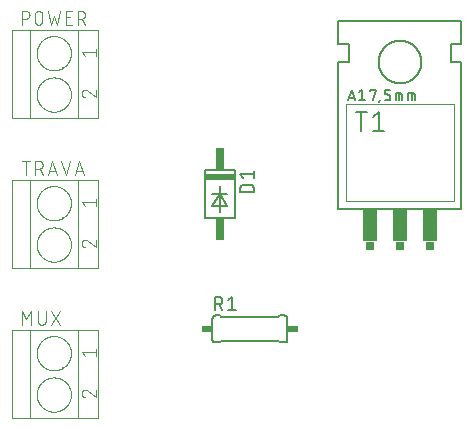
<source format=gbr>
G04 EAGLE Gerber X2 export*
%TF.Part,Single*%
%TF.FileFunction,Legend,Top,1*%
%TF.FilePolarity,Positive*%
%TF.GenerationSoftware,Autodesk,EAGLE,9.0.0*%
%TF.CreationDate,2018-08-14T10:41:07Z*%
G75*
%MOMM*%
%FSLAX34Y34*%
%LPD*%
%AMOC8*
5,1,8,0,0,1.08239X$1,22.5*%
G01*
%ADD10C,0.101600*%
%ADD11C,0.152400*%
%ADD12C,0.127000*%
%ADD13R,2.540000X0.508000*%
%ADD14R,0.762000X1.905000*%
%ADD15C,0.050800*%
%ADD16C,0.177800*%
%ADD17R,0.762000X0.635000*%
%ADD18R,1.270000X2.794000*%
%ADD19R,0.863600X0.609600*%


D10*
X87300Y647100D02*
X87300Y572100D01*
X87300Y647100D02*
X69923Y647100D01*
X29807Y647100D02*
X29807Y572100D01*
X34637Y572100D02*
X65167Y572100D01*
X29807Y572100D02*
X21690Y572100D01*
X29807Y572100D02*
X34637Y572100D01*
X65167Y647100D02*
X69923Y647100D01*
X69923Y572100D01*
X65167Y572100D01*
X65167Y647100D02*
X34637Y647100D01*
X69923Y572100D02*
X87300Y572100D01*
X34637Y647100D02*
X29807Y647100D01*
X21690Y647100D01*
X14300Y647100D02*
X14300Y572100D01*
X17300Y572100D01*
X17300Y647100D02*
X14300Y647100D01*
X17300Y647100D02*
X21690Y647100D01*
X21690Y572100D02*
X17300Y572100D01*
X56910Y615040D02*
X56850Y615100D01*
X56850Y580100D02*
X56910Y580040D01*
X35300Y627100D02*
X35304Y627456D01*
X35317Y627811D01*
X35339Y628167D01*
X35370Y628521D01*
X35409Y628875D01*
X35457Y629228D01*
X35513Y629579D01*
X35579Y629929D01*
X35652Y630277D01*
X35735Y630623D01*
X35825Y630967D01*
X35924Y631309D01*
X36032Y631648D01*
X36148Y631985D01*
X36272Y632318D01*
X36404Y632649D01*
X36544Y632976D01*
X36692Y633300D01*
X36848Y633619D01*
X37012Y633935D01*
X37184Y634247D01*
X37363Y634554D01*
X37550Y634857D01*
X37744Y635156D01*
X37945Y635449D01*
X38153Y635738D01*
X38369Y636021D01*
X38591Y636299D01*
X38820Y636571D01*
X39056Y636838D01*
X39298Y637098D01*
X39547Y637353D01*
X39802Y637602D01*
X40062Y637844D01*
X40329Y638080D01*
X40601Y638309D01*
X40879Y638531D01*
X41162Y638747D01*
X41451Y638955D01*
X41744Y639156D01*
X42043Y639350D01*
X42346Y639537D01*
X42653Y639716D01*
X42965Y639888D01*
X43281Y640052D01*
X43600Y640208D01*
X43924Y640356D01*
X44251Y640496D01*
X44582Y640628D01*
X44915Y640752D01*
X45252Y640868D01*
X45591Y640976D01*
X45933Y641075D01*
X46277Y641165D01*
X46623Y641248D01*
X46971Y641321D01*
X47321Y641387D01*
X47672Y641443D01*
X48025Y641491D01*
X48379Y641530D01*
X48733Y641561D01*
X49089Y641583D01*
X49444Y641596D01*
X49800Y641600D01*
X50156Y641596D01*
X50511Y641583D01*
X50867Y641561D01*
X51221Y641530D01*
X51575Y641491D01*
X51928Y641443D01*
X52279Y641387D01*
X52629Y641321D01*
X52977Y641248D01*
X53323Y641165D01*
X53667Y641075D01*
X54009Y640976D01*
X54348Y640868D01*
X54685Y640752D01*
X55018Y640628D01*
X55349Y640496D01*
X55676Y640356D01*
X56000Y640208D01*
X56319Y640052D01*
X56635Y639888D01*
X56947Y639716D01*
X57254Y639537D01*
X57557Y639350D01*
X57856Y639156D01*
X58149Y638955D01*
X58438Y638747D01*
X58721Y638531D01*
X58999Y638309D01*
X59271Y638080D01*
X59538Y637844D01*
X59798Y637602D01*
X60053Y637353D01*
X60302Y637098D01*
X60544Y636838D01*
X60780Y636571D01*
X61009Y636299D01*
X61231Y636021D01*
X61447Y635738D01*
X61655Y635449D01*
X61856Y635156D01*
X62050Y634857D01*
X62237Y634554D01*
X62416Y634247D01*
X62588Y633935D01*
X62752Y633619D01*
X62908Y633300D01*
X63056Y632976D01*
X63196Y632649D01*
X63328Y632318D01*
X63452Y631985D01*
X63568Y631648D01*
X63676Y631309D01*
X63775Y630967D01*
X63865Y630623D01*
X63948Y630277D01*
X64021Y629929D01*
X64087Y629579D01*
X64143Y629228D01*
X64191Y628875D01*
X64230Y628521D01*
X64261Y628167D01*
X64283Y627811D01*
X64296Y627456D01*
X64300Y627100D01*
X64296Y626744D01*
X64283Y626389D01*
X64261Y626033D01*
X64230Y625679D01*
X64191Y625325D01*
X64143Y624972D01*
X64087Y624621D01*
X64021Y624271D01*
X63948Y623923D01*
X63865Y623577D01*
X63775Y623233D01*
X63676Y622891D01*
X63568Y622552D01*
X63452Y622215D01*
X63328Y621882D01*
X63196Y621551D01*
X63056Y621224D01*
X62908Y620900D01*
X62752Y620581D01*
X62588Y620265D01*
X62416Y619953D01*
X62237Y619646D01*
X62050Y619343D01*
X61856Y619044D01*
X61655Y618751D01*
X61447Y618462D01*
X61231Y618179D01*
X61009Y617901D01*
X60780Y617629D01*
X60544Y617362D01*
X60302Y617102D01*
X60053Y616847D01*
X59798Y616598D01*
X59538Y616356D01*
X59271Y616120D01*
X58999Y615891D01*
X58721Y615669D01*
X58438Y615453D01*
X58149Y615245D01*
X57856Y615044D01*
X57557Y614850D01*
X57254Y614663D01*
X56947Y614484D01*
X56635Y614312D01*
X56319Y614148D01*
X56000Y613992D01*
X55676Y613844D01*
X55349Y613704D01*
X55018Y613572D01*
X54685Y613448D01*
X54348Y613332D01*
X54009Y613224D01*
X53667Y613125D01*
X53323Y613035D01*
X52977Y612952D01*
X52629Y612879D01*
X52279Y612813D01*
X51928Y612757D01*
X51575Y612709D01*
X51221Y612670D01*
X50867Y612639D01*
X50511Y612617D01*
X50156Y612604D01*
X49800Y612600D01*
X49444Y612604D01*
X49089Y612617D01*
X48733Y612639D01*
X48379Y612670D01*
X48025Y612709D01*
X47672Y612757D01*
X47321Y612813D01*
X46971Y612879D01*
X46623Y612952D01*
X46277Y613035D01*
X45933Y613125D01*
X45591Y613224D01*
X45252Y613332D01*
X44915Y613448D01*
X44582Y613572D01*
X44251Y613704D01*
X43924Y613844D01*
X43600Y613992D01*
X43281Y614148D01*
X42965Y614312D01*
X42653Y614484D01*
X42346Y614663D01*
X42043Y614850D01*
X41744Y615044D01*
X41451Y615245D01*
X41162Y615453D01*
X40879Y615669D01*
X40601Y615891D01*
X40329Y616120D01*
X40062Y616356D01*
X39802Y616598D01*
X39547Y616847D01*
X39298Y617102D01*
X39056Y617362D01*
X38820Y617629D01*
X38591Y617901D01*
X38369Y618179D01*
X38153Y618462D01*
X37945Y618751D01*
X37744Y619044D01*
X37550Y619343D01*
X37363Y619646D01*
X37184Y619953D01*
X37012Y620265D01*
X36848Y620581D01*
X36692Y620900D01*
X36544Y621224D01*
X36404Y621551D01*
X36272Y621882D01*
X36148Y622215D01*
X36032Y622552D01*
X35924Y622891D01*
X35825Y623233D01*
X35735Y623577D01*
X35652Y623923D01*
X35579Y624271D01*
X35513Y624621D01*
X35457Y624972D01*
X35409Y625325D01*
X35370Y625679D01*
X35339Y626033D01*
X35317Y626389D01*
X35304Y626744D01*
X35300Y627100D01*
X35300Y592100D02*
X35304Y592456D01*
X35317Y592811D01*
X35339Y593167D01*
X35370Y593521D01*
X35409Y593875D01*
X35457Y594228D01*
X35513Y594579D01*
X35579Y594929D01*
X35652Y595277D01*
X35735Y595623D01*
X35825Y595967D01*
X35924Y596309D01*
X36032Y596648D01*
X36148Y596985D01*
X36272Y597318D01*
X36404Y597649D01*
X36544Y597976D01*
X36692Y598300D01*
X36848Y598619D01*
X37012Y598935D01*
X37184Y599247D01*
X37363Y599554D01*
X37550Y599857D01*
X37744Y600156D01*
X37945Y600449D01*
X38153Y600738D01*
X38369Y601021D01*
X38591Y601299D01*
X38820Y601571D01*
X39056Y601838D01*
X39298Y602098D01*
X39547Y602353D01*
X39802Y602602D01*
X40062Y602844D01*
X40329Y603080D01*
X40601Y603309D01*
X40879Y603531D01*
X41162Y603747D01*
X41451Y603955D01*
X41744Y604156D01*
X42043Y604350D01*
X42346Y604537D01*
X42653Y604716D01*
X42965Y604888D01*
X43281Y605052D01*
X43600Y605208D01*
X43924Y605356D01*
X44251Y605496D01*
X44582Y605628D01*
X44915Y605752D01*
X45252Y605868D01*
X45591Y605976D01*
X45933Y606075D01*
X46277Y606165D01*
X46623Y606248D01*
X46971Y606321D01*
X47321Y606387D01*
X47672Y606443D01*
X48025Y606491D01*
X48379Y606530D01*
X48733Y606561D01*
X49089Y606583D01*
X49444Y606596D01*
X49800Y606600D01*
X50156Y606596D01*
X50511Y606583D01*
X50867Y606561D01*
X51221Y606530D01*
X51575Y606491D01*
X51928Y606443D01*
X52279Y606387D01*
X52629Y606321D01*
X52977Y606248D01*
X53323Y606165D01*
X53667Y606075D01*
X54009Y605976D01*
X54348Y605868D01*
X54685Y605752D01*
X55018Y605628D01*
X55349Y605496D01*
X55676Y605356D01*
X56000Y605208D01*
X56319Y605052D01*
X56635Y604888D01*
X56947Y604716D01*
X57254Y604537D01*
X57557Y604350D01*
X57856Y604156D01*
X58149Y603955D01*
X58438Y603747D01*
X58721Y603531D01*
X58999Y603309D01*
X59271Y603080D01*
X59538Y602844D01*
X59798Y602602D01*
X60053Y602353D01*
X60302Y602098D01*
X60544Y601838D01*
X60780Y601571D01*
X61009Y601299D01*
X61231Y601021D01*
X61447Y600738D01*
X61655Y600449D01*
X61856Y600156D01*
X62050Y599857D01*
X62237Y599554D01*
X62416Y599247D01*
X62588Y598935D01*
X62752Y598619D01*
X62908Y598300D01*
X63056Y597976D01*
X63196Y597649D01*
X63328Y597318D01*
X63452Y596985D01*
X63568Y596648D01*
X63676Y596309D01*
X63775Y595967D01*
X63865Y595623D01*
X63948Y595277D01*
X64021Y594929D01*
X64087Y594579D01*
X64143Y594228D01*
X64191Y593875D01*
X64230Y593521D01*
X64261Y593167D01*
X64283Y592811D01*
X64296Y592456D01*
X64300Y592100D01*
X64296Y591744D01*
X64283Y591389D01*
X64261Y591033D01*
X64230Y590679D01*
X64191Y590325D01*
X64143Y589972D01*
X64087Y589621D01*
X64021Y589271D01*
X63948Y588923D01*
X63865Y588577D01*
X63775Y588233D01*
X63676Y587891D01*
X63568Y587552D01*
X63452Y587215D01*
X63328Y586882D01*
X63196Y586551D01*
X63056Y586224D01*
X62908Y585900D01*
X62752Y585581D01*
X62588Y585265D01*
X62416Y584953D01*
X62237Y584646D01*
X62050Y584343D01*
X61856Y584044D01*
X61655Y583751D01*
X61447Y583462D01*
X61231Y583179D01*
X61009Y582901D01*
X60780Y582629D01*
X60544Y582362D01*
X60302Y582102D01*
X60053Y581847D01*
X59798Y581598D01*
X59538Y581356D01*
X59271Y581120D01*
X58999Y580891D01*
X58721Y580669D01*
X58438Y580453D01*
X58149Y580245D01*
X57856Y580044D01*
X57557Y579850D01*
X57254Y579663D01*
X56947Y579484D01*
X56635Y579312D01*
X56319Y579148D01*
X56000Y578992D01*
X55676Y578844D01*
X55349Y578704D01*
X55018Y578572D01*
X54685Y578448D01*
X54348Y578332D01*
X54009Y578224D01*
X53667Y578125D01*
X53323Y578035D01*
X52977Y577952D01*
X52629Y577879D01*
X52279Y577813D01*
X51928Y577757D01*
X51575Y577709D01*
X51221Y577670D01*
X50867Y577639D01*
X50511Y577617D01*
X50156Y577604D01*
X49800Y577600D01*
X49444Y577604D01*
X49089Y577617D01*
X48733Y577639D01*
X48379Y577670D01*
X48025Y577709D01*
X47672Y577757D01*
X47321Y577813D01*
X46971Y577879D01*
X46623Y577952D01*
X46277Y578035D01*
X45933Y578125D01*
X45591Y578224D01*
X45252Y578332D01*
X44915Y578448D01*
X44582Y578572D01*
X44251Y578704D01*
X43924Y578844D01*
X43600Y578992D01*
X43281Y579148D01*
X42965Y579312D01*
X42653Y579484D01*
X42346Y579663D01*
X42043Y579850D01*
X41744Y580044D01*
X41451Y580245D01*
X41162Y580453D01*
X40879Y580669D01*
X40601Y580891D01*
X40329Y581120D01*
X40062Y581356D01*
X39802Y581598D01*
X39547Y581847D01*
X39298Y582102D01*
X39056Y582362D01*
X38820Y582629D01*
X38591Y582901D01*
X38369Y583179D01*
X38153Y583462D01*
X37945Y583751D01*
X37744Y584044D01*
X37550Y584343D01*
X37363Y584646D01*
X37184Y584953D01*
X37012Y585265D01*
X36848Y585581D01*
X36692Y585900D01*
X36544Y586224D01*
X36404Y586551D01*
X36272Y586882D01*
X36148Y587215D01*
X36032Y587552D01*
X35924Y587891D01*
X35825Y588233D01*
X35735Y588577D01*
X35652Y588923D01*
X35579Y589271D01*
X35513Y589621D01*
X35457Y589972D01*
X35409Y590325D01*
X35370Y590679D01*
X35339Y591033D01*
X35317Y591389D01*
X35304Y591744D01*
X35300Y592100D01*
X76129Y624601D02*
X73533Y627846D01*
X85217Y627846D01*
X85217Y624601D02*
X85217Y631092D01*
X76454Y596167D02*
X76347Y596165D01*
X76241Y596159D01*
X76135Y596149D01*
X76029Y596136D01*
X75923Y596118D01*
X75819Y596097D01*
X75715Y596072D01*
X75612Y596043D01*
X75511Y596011D01*
X75411Y595974D01*
X75312Y595934D01*
X75214Y595891D01*
X75118Y595844D01*
X75024Y595793D01*
X74932Y595739D01*
X74842Y595682D01*
X74754Y595622D01*
X74669Y595558D01*
X74586Y595491D01*
X74505Y595421D01*
X74427Y595349D01*
X74351Y595273D01*
X74279Y595195D01*
X74209Y595114D01*
X74142Y595031D01*
X74078Y594946D01*
X74018Y594858D01*
X73961Y594768D01*
X73907Y594676D01*
X73856Y594582D01*
X73809Y594486D01*
X73766Y594388D01*
X73726Y594289D01*
X73689Y594189D01*
X73657Y594088D01*
X73628Y593985D01*
X73603Y593881D01*
X73582Y593777D01*
X73564Y593671D01*
X73551Y593565D01*
X73541Y593459D01*
X73535Y593353D01*
X73533Y593246D01*
X73535Y593125D01*
X73541Y593004D01*
X73551Y592884D01*
X73564Y592763D01*
X73582Y592644D01*
X73603Y592524D01*
X73628Y592406D01*
X73657Y592289D01*
X73690Y592172D01*
X73726Y592057D01*
X73767Y591943D01*
X73810Y591830D01*
X73858Y591718D01*
X73909Y591609D01*
X73964Y591501D01*
X74022Y591394D01*
X74083Y591290D01*
X74148Y591188D01*
X74216Y591088D01*
X74287Y590990D01*
X74361Y590894D01*
X74438Y590801D01*
X74519Y590711D01*
X74602Y590623D01*
X74688Y590538D01*
X74777Y590455D01*
X74868Y590376D01*
X74962Y590299D01*
X75058Y590226D01*
X75156Y590156D01*
X75257Y590089D01*
X75360Y590025D01*
X75465Y589965D01*
X75572Y589907D01*
X75680Y589854D01*
X75790Y589804D01*
X75902Y589758D01*
X76015Y589715D01*
X76130Y589676D01*
X78726Y595193D02*
X78648Y595272D01*
X78568Y595348D01*
X78485Y595421D01*
X78399Y595491D01*
X78312Y595558D01*
X78221Y595622D01*
X78129Y595682D01*
X78035Y595740D01*
X77938Y595794D01*
X77840Y595844D01*
X77740Y595891D01*
X77639Y595935D01*
X77536Y595975D01*
X77431Y596011D01*
X77326Y596043D01*
X77219Y596072D01*
X77112Y596097D01*
X77003Y596119D01*
X76894Y596136D01*
X76785Y596150D01*
X76675Y596159D01*
X76564Y596165D01*
X76454Y596167D01*
X78726Y595193D02*
X85217Y589676D01*
X85217Y596167D01*
X25979Y651158D02*
X25979Y662842D01*
X29224Y662842D02*
X22733Y662842D01*
X33856Y662842D02*
X33856Y651158D01*
X33856Y662842D02*
X37101Y662842D01*
X37214Y662840D01*
X37327Y662834D01*
X37440Y662824D01*
X37553Y662810D01*
X37665Y662793D01*
X37776Y662771D01*
X37886Y662746D01*
X37996Y662716D01*
X38104Y662683D01*
X38211Y662646D01*
X38317Y662606D01*
X38421Y662561D01*
X38524Y662513D01*
X38625Y662462D01*
X38724Y662407D01*
X38821Y662349D01*
X38916Y662287D01*
X39009Y662222D01*
X39099Y662154D01*
X39187Y662083D01*
X39273Y662008D01*
X39356Y661931D01*
X39436Y661851D01*
X39513Y661768D01*
X39588Y661682D01*
X39659Y661594D01*
X39727Y661504D01*
X39792Y661411D01*
X39854Y661316D01*
X39912Y661219D01*
X39967Y661120D01*
X40018Y661019D01*
X40066Y660916D01*
X40111Y660812D01*
X40151Y660706D01*
X40188Y660599D01*
X40221Y660491D01*
X40251Y660381D01*
X40276Y660271D01*
X40298Y660160D01*
X40315Y660048D01*
X40329Y659935D01*
X40339Y659822D01*
X40345Y659709D01*
X40347Y659596D01*
X40345Y659483D01*
X40339Y659370D01*
X40329Y659257D01*
X40315Y659144D01*
X40298Y659032D01*
X40276Y658921D01*
X40251Y658811D01*
X40221Y658701D01*
X40188Y658593D01*
X40151Y658486D01*
X40111Y658380D01*
X40066Y658276D01*
X40018Y658173D01*
X39967Y658072D01*
X39912Y657973D01*
X39854Y657876D01*
X39792Y657781D01*
X39727Y657688D01*
X39659Y657598D01*
X39588Y657510D01*
X39513Y657424D01*
X39436Y657341D01*
X39356Y657261D01*
X39273Y657184D01*
X39187Y657109D01*
X39099Y657038D01*
X39009Y656970D01*
X38916Y656905D01*
X38821Y656843D01*
X38724Y656785D01*
X38625Y656730D01*
X38524Y656679D01*
X38421Y656631D01*
X38317Y656586D01*
X38211Y656546D01*
X38104Y656509D01*
X37996Y656476D01*
X37886Y656446D01*
X37776Y656421D01*
X37665Y656399D01*
X37553Y656382D01*
X37440Y656368D01*
X37327Y656358D01*
X37214Y656352D01*
X37101Y656350D01*
X37101Y656351D02*
X33856Y656351D01*
X37750Y656351D02*
X40347Y651158D01*
X44563Y651158D02*
X48458Y662842D01*
X52352Y651158D01*
X51379Y654079D02*
X45537Y654079D01*
X55993Y662842D02*
X59888Y651158D01*
X63782Y662842D01*
X71318Y662842D02*
X67423Y651158D01*
X75212Y651158D02*
X71318Y662842D01*
X74239Y654079D02*
X68397Y654079D01*
X87300Y699100D02*
X87300Y774100D01*
X69923Y774100D01*
X29807Y774100D02*
X29807Y699100D01*
X34637Y699100D02*
X65167Y699100D01*
X29807Y699100D02*
X21690Y699100D01*
X29807Y699100D02*
X34637Y699100D01*
X65167Y774100D02*
X69923Y774100D01*
X69923Y699100D01*
X65167Y699100D01*
X65167Y774100D02*
X34637Y774100D01*
X69923Y699100D02*
X87300Y699100D01*
X34637Y774100D02*
X29807Y774100D01*
X21690Y774100D01*
X14300Y774100D02*
X14300Y699100D01*
X17300Y699100D01*
X17300Y774100D02*
X14300Y774100D01*
X17300Y774100D02*
X21690Y774100D01*
X21690Y699100D02*
X17300Y699100D01*
X56910Y742040D02*
X56850Y742100D01*
X56850Y707100D02*
X56910Y707040D01*
X35300Y754100D02*
X35304Y754456D01*
X35317Y754811D01*
X35339Y755167D01*
X35370Y755521D01*
X35409Y755875D01*
X35457Y756228D01*
X35513Y756579D01*
X35579Y756929D01*
X35652Y757277D01*
X35735Y757623D01*
X35825Y757967D01*
X35924Y758309D01*
X36032Y758648D01*
X36148Y758985D01*
X36272Y759318D01*
X36404Y759649D01*
X36544Y759976D01*
X36692Y760300D01*
X36848Y760619D01*
X37012Y760935D01*
X37184Y761247D01*
X37363Y761554D01*
X37550Y761857D01*
X37744Y762156D01*
X37945Y762449D01*
X38153Y762738D01*
X38369Y763021D01*
X38591Y763299D01*
X38820Y763571D01*
X39056Y763838D01*
X39298Y764098D01*
X39547Y764353D01*
X39802Y764602D01*
X40062Y764844D01*
X40329Y765080D01*
X40601Y765309D01*
X40879Y765531D01*
X41162Y765747D01*
X41451Y765955D01*
X41744Y766156D01*
X42043Y766350D01*
X42346Y766537D01*
X42653Y766716D01*
X42965Y766888D01*
X43281Y767052D01*
X43600Y767208D01*
X43924Y767356D01*
X44251Y767496D01*
X44582Y767628D01*
X44915Y767752D01*
X45252Y767868D01*
X45591Y767976D01*
X45933Y768075D01*
X46277Y768165D01*
X46623Y768248D01*
X46971Y768321D01*
X47321Y768387D01*
X47672Y768443D01*
X48025Y768491D01*
X48379Y768530D01*
X48733Y768561D01*
X49089Y768583D01*
X49444Y768596D01*
X49800Y768600D01*
X50156Y768596D01*
X50511Y768583D01*
X50867Y768561D01*
X51221Y768530D01*
X51575Y768491D01*
X51928Y768443D01*
X52279Y768387D01*
X52629Y768321D01*
X52977Y768248D01*
X53323Y768165D01*
X53667Y768075D01*
X54009Y767976D01*
X54348Y767868D01*
X54685Y767752D01*
X55018Y767628D01*
X55349Y767496D01*
X55676Y767356D01*
X56000Y767208D01*
X56319Y767052D01*
X56635Y766888D01*
X56947Y766716D01*
X57254Y766537D01*
X57557Y766350D01*
X57856Y766156D01*
X58149Y765955D01*
X58438Y765747D01*
X58721Y765531D01*
X58999Y765309D01*
X59271Y765080D01*
X59538Y764844D01*
X59798Y764602D01*
X60053Y764353D01*
X60302Y764098D01*
X60544Y763838D01*
X60780Y763571D01*
X61009Y763299D01*
X61231Y763021D01*
X61447Y762738D01*
X61655Y762449D01*
X61856Y762156D01*
X62050Y761857D01*
X62237Y761554D01*
X62416Y761247D01*
X62588Y760935D01*
X62752Y760619D01*
X62908Y760300D01*
X63056Y759976D01*
X63196Y759649D01*
X63328Y759318D01*
X63452Y758985D01*
X63568Y758648D01*
X63676Y758309D01*
X63775Y757967D01*
X63865Y757623D01*
X63948Y757277D01*
X64021Y756929D01*
X64087Y756579D01*
X64143Y756228D01*
X64191Y755875D01*
X64230Y755521D01*
X64261Y755167D01*
X64283Y754811D01*
X64296Y754456D01*
X64300Y754100D01*
X64296Y753744D01*
X64283Y753389D01*
X64261Y753033D01*
X64230Y752679D01*
X64191Y752325D01*
X64143Y751972D01*
X64087Y751621D01*
X64021Y751271D01*
X63948Y750923D01*
X63865Y750577D01*
X63775Y750233D01*
X63676Y749891D01*
X63568Y749552D01*
X63452Y749215D01*
X63328Y748882D01*
X63196Y748551D01*
X63056Y748224D01*
X62908Y747900D01*
X62752Y747581D01*
X62588Y747265D01*
X62416Y746953D01*
X62237Y746646D01*
X62050Y746343D01*
X61856Y746044D01*
X61655Y745751D01*
X61447Y745462D01*
X61231Y745179D01*
X61009Y744901D01*
X60780Y744629D01*
X60544Y744362D01*
X60302Y744102D01*
X60053Y743847D01*
X59798Y743598D01*
X59538Y743356D01*
X59271Y743120D01*
X58999Y742891D01*
X58721Y742669D01*
X58438Y742453D01*
X58149Y742245D01*
X57856Y742044D01*
X57557Y741850D01*
X57254Y741663D01*
X56947Y741484D01*
X56635Y741312D01*
X56319Y741148D01*
X56000Y740992D01*
X55676Y740844D01*
X55349Y740704D01*
X55018Y740572D01*
X54685Y740448D01*
X54348Y740332D01*
X54009Y740224D01*
X53667Y740125D01*
X53323Y740035D01*
X52977Y739952D01*
X52629Y739879D01*
X52279Y739813D01*
X51928Y739757D01*
X51575Y739709D01*
X51221Y739670D01*
X50867Y739639D01*
X50511Y739617D01*
X50156Y739604D01*
X49800Y739600D01*
X49444Y739604D01*
X49089Y739617D01*
X48733Y739639D01*
X48379Y739670D01*
X48025Y739709D01*
X47672Y739757D01*
X47321Y739813D01*
X46971Y739879D01*
X46623Y739952D01*
X46277Y740035D01*
X45933Y740125D01*
X45591Y740224D01*
X45252Y740332D01*
X44915Y740448D01*
X44582Y740572D01*
X44251Y740704D01*
X43924Y740844D01*
X43600Y740992D01*
X43281Y741148D01*
X42965Y741312D01*
X42653Y741484D01*
X42346Y741663D01*
X42043Y741850D01*
X41744Y742044D01*
X41451Y742245D01*
X41162Y742453D01*
X40879Y742669D01*
X40601Y742891D01*
X40329Y743120D01*
X40062Y743356D01*
X39802Y743598D01*
X39547Y743847D01*
X39298Y744102D01*
X39056Y744362D01*
X38820Y744629D01*
X38591Y744901D01*
X38369Y745179D01*
X38153Y745462D01*
X37945Y745751D01*
X37744Y746044D01*
X37550Y746343D01*
X37363Y746646D01*
X37184Y746953D01*
X37012Y747265D01*
X36848Y747581D01*
X36692Y747900D01*
X36544Y748224D01*
X36404Y748551D01*
X36272Y748882D01*
X36148Y749215D01*
X36032Y749552D01*
X35924Y749891D01*
X35825Y750233D01*
X35735Y750577D01*
X35652Y750923D01*
X35579Y751271D01*
X35513Y751621D01*
X35457Y751972D01*
X35409Y752325D01*
X35370Y752679D01*
X35339Y753033D01*
X35317Y753389D01*
X35304Y753744D01*
X35300Y754100D01*
X35300Y719100D02*
X35304Y719456D01*
X35317Y719811D01*
X35339Y720167D01*
X35370Y720521D01*
X35409Y720875D01*
X35457Y721228D01*
X35513Y721579D01*
X35579Y721929D01*
X35652Y722277D01*
X35735Y722623D01*
X35825Y722967D01*
X35924Y723309D01*
X36032Y723648D01*
X36148Y723985D01*
X36272Y724318D01*
X36404Y724649D01*
X36544Y724976D01*
X36692Y725300D01*
X36848Y725619D01*
X37012Y725935D01*
X37184Y726247D01*
X37363Y726554D01*
X37550Y726857D01*
X37744Y727156D01*
X37945Y727449D01*
X38153Y727738D01*
X38369Y728021D01*
X38591Y728299D01*
X38820Y728571D01*
X39056Y728838D01*
X39298Y729098D01*
X39547Y729353D01*
X39802Y729602D01*
X40062Y729844D01*
X40329Y730080D01*
X40601Y730309D01*
X40879Y730531D01*
X41162Y730747D01*
X41451Y730955D01*
X41744Y731156D01*
X42043Y731350D01*
X42346Y731537D01*
X42653Y731716D01*
X42965Y731888D01*
X43281Y732052D01*
X43600Y732208D01*
X43924Y732356D01*
X44251Y732496D01*
X44582Y732628D01*
X44915Y732752D01*
X45252Y732868D01*
X45591Y732976D01*
X45933Y733075D01*
X46277Y733165D01*
X46623Y733248D01*
X46971Y733321D01*
X47321Y733387D01*
X47672Y733443D01*
X48025Y733491D01*
X48379Y733530D01*
X48733Y733561D01*
X49089Y733583D01*
X49444Y733596D01*
X49800Y733600D01*
X50156Y733596D01*
X50511Y733583D01*
X50867Y733561D01*
X51221Y733530D01*
X51575Y733491D01*
X51928Y733443D01*
X52279Y733387D01*
X52629Y733321D01*
X52977Y733248D01*
X53323Y733165D01*
X53667Y733075D01*
X54009Y732976D01*
X54348Y732868D01*
X54685Y732752D01*
X55018Y732628D01*
X55349Y732496D01*
X55676Y732356D01*
X56000Y732208D01*
X56319Y732052D01*
X56635Y731888D01*
X56947Y731716D01*
X57254Y731537D01*
X57557Y731350D01*
X57856Y731156D01*
X58149Y730955D01*
X58438Y730747D01*
X58721Y730531D01*
X58999Y730309D01*
X59271Y730080D01*
X59538Y729844D01*
X59798Y729602D01*
X60053Y729353D01*
X60302Y729098D01*
X60544Y728838D01*
X60780Y728571D01*
X61009Y728299D01*
X61231Y728021D01*
X61447Y727738D01*
X61655Y727449D01*
X61856Y727156D01*
X62050Y726857D01*
X62237Y726554D01*
X62416Y726247D01*
X62588Y725935D01*
X62752Y725619D01*
X62908Y725300D01*
X63056Y724976D01*
X63196Y724649D01*
X63328Y724318D01*
X63452Y723985D01*
X63568Y723648D01*
X63676Y723309D01*
X63775Y722967D01*
X63865Y722623D01*
X63948Y722277D01*
X64021Y721929D01*
X64087Y721579D01*
X64143Y721228D01*
X64191Y720875D01*
X64230Y720521D01*
X64261Y720167D01*
X64283Y719811D01*
X64296Y719456D01*
X64300Y719100D01*
X64296Y718744D01*
X64283Y718389D01*
X64261Y718033D01*
X64230Y717679D01*
X64191Y717325D01*
X64143Y716972D01*
X64087Y716621D01*
X64021Y716271D01*
X63948Y715923D01*
X63865Y715577D01*
X63775Y715233D01*
X63676Y714891D01*
X63568Y714552D01*
X63452Y714215D01*
X63328Y713882D01*
X63196Y713551D01*
X63056Y713224D01*
X62908Y712900D01*
X62752Y712581D01*
X62588Y712265D01*
X62416Y711953D01*
X62237Y711646D01*
X62050Y711343D01*
X61856Y711044D01*
X61655Y710751D01*
X61447Y710462D01*
X61231Y710179D01*
X61009Y709901D01*
X60780Y709629D01*
X60544Y709362D01*
X60302Y709102D01*
X60053Y708847D01*
X59798Y708598D01*
X59538Y708356D01*
X59271Y708120D01*
X58999Y707891D01*
X58721Y707669D01*
X58438Y707453D01*
X58149Y707245D01*
X57856Y707044D01*
X57557Y706850D01*
X57254Y706663D01*
X56947Y706484D01*
X56635Y706312D01*
X56319Y706148D01*
X56000Y705992D01*
X55676Y705844D01*
X55349Y705704D01*
X55018Y705572D01*
X54685Y705448D01*
X54348Y705332D01*
X54009Y705224D01*
X53667Y705125D01*
X53323Y705035D01*
X52977Y704952D01*
X52629Y704879D01*
X52279Y704813D01*
X51928Y704757D01*
X51575Y704709D01*
X51221Y704670D01*
X50867Y704639D01*
X50511Y704617D01*
X50156Y704604D01*
X49800Y704600D01*
X49444Y704604D01*
X49089Y704617D01*
X48733Y704639D01*
X48379Y704670D01*
X48025Y704709D01*
X47672Y704757D01*
X47321Y704813D01*
X46971Y704879D01*
X46623Y704952D01*
X46277Y705035D01*
X45933Y705125D01*
X45591Y705224D01*
X45252Y705332D01*
X44915Y705448D01*
X44582Y705572D01*
X44251Y705704D01*
X43924Y705844D01*
X43600Y705992D01*
X43281Y706148D01*
X42965Y706312D01*
X42653Y706484D01*
X42346Y706663D01*
X42043Y706850D01*
X41744Y707044D01*
X41451Y707245D01*
X41162Y707453D01*
X40879Y707669D01*
X40601Y707891D01*
X40329Y708120D01*
X40062Y708356D01*
X39802Y708598D01*
X39547Y708847D01*
X39298Y709102D01*
X39056Y709362D01*
X38820Y709629D01*
X38591Y709901D01*
X38369Y710179D01*
X38153Y710462D01*
X37945Y710751D01*
X37744Y711044D01*
X37550Y711343D01*
X37363Y711646D01*
X37184Y711953D01*
X37012Y712265D01*
X36848Y712581D01*
X36692Y712900D01*
X36544Y713224D01*
X36404Y713551D01*
X36272Y713882D01*
X36148Y714215D01*
X36032Y714552D01*
X35924Y714891D01*
X35825Y715233D01*
X35735Y715577D01*
X35652Y715923D01*
X35579Y716271D01*
X35513Y716621D01*
X35457Y716972D01*
X35409Y717325D01*
X35370Y717679D01*
X35339Y718033D01*
X35317Y718389D01*
X35304Y718744D01*
X35300Y719100D01*
X76129Y751601D02*
X73533Y754846D01*
X85217Y754846D01*
X85217Y751601D02*
X85217Y758092D01*
X76454Y723167D02*
X76347Y723165D01*
X76241Y723159D01*
X76135Y723149D01*
X76029Y723136D01*
X75923Y723118D01*
X75819Y723097D01*
X75715Y723072D01*
X75612Y723043D01*
X75511Y723011D01*
X75411Y722974D01*
X75312Y722934D01*
X75214Y722891D01*
X75118Y722844D01*
X75024Y722793D01*
X74932Y722739D01*
X74842Y722682D01*
X74754Y722622D01*
X74669Y722558D01*
X74586Y722491D01*
X74505Y722421D01*
X74427Y722349D01*
X74351Y722273D01*
X74279Y722195D01*
X74209Y722114D01*
X74142Y722031D01*
X74078Y721946D01*
X74018Y721858D01*
X73961Y721768D01*
X73907Y721676D01*
X73856Y721582D01*
X73809Y721486D01*
X73766Y721388D01*
X73726Y721289D01*
X73689Y721189D01*
X73657Y721088D01*
X73628Y720985D01*
X73603Y720881D01*
X73582Y720777D01*
X73564Y720671D01*
X73551Y720565D01*
X73541Y720459D01*
X73535Y720353D01*
X73533Y720246D01*
X73535Y720125D01*
X73541Y720004D01*
X73551Y719884D01*
X73564Y719763D01*
X73582Y719644D01*
X73603Y719524D01*
X73628Y719406D01*
X73657Y719289D01*
X73690Y719172D01*
X73726Y719057D01*
X73767Y718943D01*
X73810Y718830D01*
X73858Y718718D01*
X73909Y718609D01*
X73964Y718501D01*
X74022Y718394D01*
X74083Y718290D01*
X74148Y718188D01*
X74216Y718088D01*
X74287Y717990D01*
X74361Y717894D01*
X74438Y717801D01*
X74519Y717711D01*
X74602Y717623D01*
X74688Y717538D01*
X74777Y717455D01*
X74868Y717376D01*
X74962Y717299D01*
X75058Y717226D01*
X75156Y717156D01*
X75257Y717089D01*
X75360Y717025D01*
X75465Y716965D01*
X75572Y716907D01*
X75680Y716854D01*
X75790Y716804D01*
X75902Y716758D01*
X76015Y716715D01*
X76130Y716676D01*
X78726Y722193D02*
X78648Y722272D01*
X78568Y722348D01*
X78485Y722421D01*
X78399Y722491D01*
X78312Y722558D01*
X78221Y722622D01*
X78129Y722682D01*
X78035Y722740D01*
X77938Y722794D01*
X77840Y722844D01*
X77740Y722891D01*
X77639Y722935D01*
X77536Y722975D01*
X77431Y723011D01*
X77326Y723043D01*
X77219Y723072D01*
X77112Y723097D01*
X77003Y723119D01*
X76894Y723136D01*
X76785Y723150D01*
X76675Y723159D01*
X76564Y723165D01*
X76454Y723167D01*
X78726Y722193D02*
X85217Y716676D01*
X85217Y723167D01*
X22733Y778158D02*
X22733Y789842D01*
X25979Y789842D01*
X26092Y789840D01*
X26205Y789834D01*
X26318Y789824D01*
X26431Y789810D01*
X26543Y789793D01*
X26654Y789771D01*
X26764Y789746D01*
X26874Y789716D01*
X26982Y789683D01*
X27089Y789646D01*
X27195Y789606D01*
X27299Y789561D01*
X27402Y789513D01*
X27503Y789462D01*
X27602Y789407D01*
X27699Y789349D01*
X27794Y789287D01*
X27887Y789222D01*
X27977Y789154D01*
X28065Y789083D01*
X28151Y789008D01*
X28234Y788931D01*
X28314Y788851D01*
X28391Y788768D01*
X28466Y788682D01*
X28537Y788594D01*
X28605Y788504D01*
X28670Y788411D01*
X28732Y788316D01*
X28790Y788219D01*
X28845Y788120D01*
X28896Y788019D01*
X28944Y787916D01*
X28989Y787812D01*
X29029Y787706D01*
X29066Y787599D01*
X29099Y787491D01*
X29129Y787381D01*
X29154Y787271D01*
X29176Y787160D01*
X29193Y787048D01*
X29207Y786935D01*
X29217Y786822D01*
X29223Y786709D01*
X29225Y786596D01*
X29223Y786483D01*
X29217Y786370D01*
X29207Y786257D01*
X29193Y786144D01*
X29176Y786032D01*
X29154Y785921D01*
X29129Y785811D01*
X29099Y785701D01*
X29066Y785593D01*
X29029Y785486D01*
X28989Y785380D01*
X28944Y785276D01*
X28896Y785173D01*
X28845Y785072D01*
X28790Y784973D01*
X28732Y784876D01*
X28670Y784781D01*
X28605Y784688D01*
X28537Y784598D01*
X28466Y784510D01*
X28391Y784424D01*
X28314Y784341D01*
X28234Y784261D01*
X28151Y784184D01*
X28065Y784109D01*
X27977Y784038D01*
X27887Y783970D01*
X27794Y783905D01*
X27699Y783843D01*
X27602Y783785D01*
X27503Y783730D01*
X27402Y783679D01*
X27299Y783631D01*
X27195Y783586D01*
X27089Y783546D01*
X26982Y783509D01*
X26874Y783476D01*
X26764Y783446D01*
X26654Y783421D01*
X26543Y783399D01*
X26431Y783382D01*
X26318Y783368D01*
X26205Y783358D01*
X26092Y783352D01*
X25979Y783350D01*
X25979Y783351D02*
X22733Y783351D01*
X33613Y781404D02*
X33613Y786596D01*
X33612Y786596D02*
X33614Y786709D01*
X33620Y786822D01*
X33630Y786935D01*
X33644Y787048D01*
X33661Y787160D01*
X33683Y787271D01*
X33708Y787381D01*
X33738Y787491D01*
X33771Y787599D01*
X33808Y787706D01*
X33848Y787812D01*
X33893Y787916D01*
X33941Y788019D01*
X33992Y788120D01*
X34047Y788219D01*
X34105Y788316D01*
X34167Y788411D01*
X34232Y788504D01*
X34300Y788594D01*
X34371Y788682D01*
X34446Y788768D01*
X34523Y788851D01*
X34603Y788931D01*
X34686Y789008D01*
X34772Y789083D01*
X34860Y789154D01*
X34950Y789222D01*
X35043Y789287D01*
X35138Y789349D01*
X35235Y789407D01*
X35334Y789462D01*
X35435Y789513D01*
X35538Y789561D01*
X35642Y789606D01*
X35748Y789646D01*
X35855Y789683D01*
X35963Y789716D01*
X36073Y789746D01*
X36183Y789771D01*
X36294Y789793D01*
X36406Y789810D01*
X36519Y789824D01*
X36632Y789834D01*
X36745Y789840D01*
X36858Y789842D01*
X36971Y789840D01*
X37084Y789834D01*
X37197Y789824D01*
X37310Y789810D01*
X37422Y789793D01*
X37533Y789771D01*
X37643Y789746D01*
X37753Y789716D01*
X37861Y789683D01*
X37968Y789646D01*
X38074Y789606D01*
X38178Y789561D01*
X38281Y789513D01*
X38382Y789462D01*
X38481Y789407D01*
X38578Y789349D01*
X38673Y789287D01*
X38766Y789222D01*
X38856Y789154D01*
X38944Y789083D01*
X39030Y789008D01*
X39113Y788931D01*
X39193Y788851D01*
X39270Y788768D01*
X39345Y788682D01*
X39416Y788594D01*
X39484Y788504D01*
X39549Y788411D01*
X39611Y788316D01*
X39669Y788219D01*
X39724Y788120D01*
X39775Y788019D01*
X39823Y787916D01*
X39868Y787812D01*
X39908Y787706D01*
X39945Y787599D01*
X39978Y787491D01*
X40008Y787381D01*
X40033Y787271D01*
X40055Y787160D01*
X40072Y787048D01*
X40086Y786935D01*
X40096Y786822D01*
X40102Y786709D01*
X40104Y786596D01*
X40104Y781404D01*
X40102Y781291D01*
X40096Y781178D01*
X40086Y781065D01*
X40072Y780952D01*
X40055Y780840D01*
X40033Y780729D01*
X40008Y780619D01*
X39978Y780509D01*
X39945Y780401D01*
X39908Y780294D01*
X39868Y780188D01*
X39823Y780084D01*
X39775Y779981D01*
X39724Y779880D01*
X39669Y779781D01*
X39611Y779684D01*
X39549Y779589D01*
X39484Y779496D01*
X39416Y779406D01*
X39345Y779318D01*
X39270Y779232D01*
X39193Y779149D01*
X39113Y779069D01*
X39030Y778992D01*
X38944Y778917D01*
X38856Y778846D01*
X38766Y778778D01*
X38673Y778713D01*
X38578Y778651D01*
X38481Y778593D01*
X38382Y778538D01*
X38281Y778487D01*
X38178Y778439D01*
X38074Y778394D01*
X37968Y778354D01*
X37861Y778317D01*
X37753Y778284D01*
X37643Y778254D01*
X37533Y778229D01*
X37422Y778207D01*
X37310Y778190D01*
X37197Y778176D01*
X37084Y778166D01*
X36971Y778160D01*
X36858Y778158D01*
X36745Y778160D01*
X36632Y778166D01*
X36519Y778176D01*
X36406Y778190D01*
X36294Y778207D01*
X36183Y778229D01*
X36073Y778254D01*
X35963Y778284D01*
X35855Y778317D01*
X35748Y778354D01*
X35642Y778394D01*
X35538Y778439D01*
X35435Y778487D01*
X35334Y778538D01*
X35235Y778593D01*
X35138Y778651D01*
X35043Y778713D01*
X34950Y778778D01*
X34860Y778846D01*
X34772Y778917D01*
X34686Y778992D01*
X34603Y779069D01*
X34523Y779149D01*
X34446Y779232D01*
X34371Y779318D01*
X34300Y779406D01*
X34232Y779496D01*
X34167Y779589D01*
X34105Y779684D01*
X34047Y779781D01*
X33992Y779880D01*
X33941Y779981D01*
X33893Y780084D01*
X33848Y780188D01*
X33808Y780294D01*
X33771Y780401D01*
X33738Y780509D01*
X33708Y780619D01*
X33683Y780729D01*
X33661Y780840D01*
X33644Y780952D01*
X33630Y781065D01*
X33620Y781178D01*
X33614Y781291D01*
X33612Y781404D01*
X44619Y789842D02*
X47216Y778158D01*
X49812Y785947D01*
X52409Y778158D01*
X55005Y789842D01*
X59924Y778158D02*
X65117Y778158D01*
X59924Y778158D02*
X59924Y789842D01*
X65117Y789842D01*
X63819Y784649D02*
X59924Y784649D01*
X69881Y789842D02*
X69881Y778158D01*
X69881Y789842D02*
X73127Y789842D01*
X73240Y789840D01*
X73353Y789834D01*
X73466Y789824D01*
X73579Y789810D01*
X73691Y789793D01*
X73802Y789771D01*
X73912Y789746D01*
X74022Y789716D01*
X74130Y789683D01*
X74237Y789646D01*
X74343Y789606D01*
X74447Y789561D01*
X74550Y789513D01*
X74651Y789462D01*
X74750Y789407D01*
X74847Y789349D01*
X74942Y789287D01*
X75035Y789222D01*
X75125Y789154D01*
X75213Y789083D01*
X75299Y789008D01*
X75382Y788931D01*
X75462Y788851D01*
X75539Y788768D01*
X75614Y788682D01*
X75685Y788594D01*
X75753Y788504D01*
X75818Y788411D01*
X75880Y788316D01*
X75938Y788219D01*
X75993Y788120D01*
X76044Y788019D01*
X76092Y787916D01*
X76137Y787812D01*
X76177Y787706D01*
X76214Y787599D01*
X76247Y787491D01*
X76277Y787381D01*
X76302Y787271D01*
X76324Y787160D01*
X76341Y787048D01*
X76355Y786935D01*
X76365Y786822D01*
X76371Y786709D01*
X76373Y786596D01*
X76371Y786483D01*
X76365Y786370D01*
X76355Y786257D01*
X76341Y786144D01*
X76324Y786032D01*
X76302Y785921D01*
X76277Y785811D01*
X76247Y785701D01*
X76214Y785593D01*
X76177Y785486D01*
X76137Y785380D01*
X76092Y785276D01*
X76044Y785173D01*
X75993Y785072D01*
X75938Y784973D01*
X75880Y784876D01*
X75818Y784781D01*
X75753Y784688D01*
X75685Y784598D01*
X75614Y784510D01*
X75539Y784424D01*
X75462Y784341D01*
X75382Y784261D01*
X75299Y784184D01*
X75213Y784109D01*
X75125Y784038D01*
X75035Y783970D01*
X74942Y783905D01*
X74847Y783843D01*
X74750Y783785D01*
X74651Y783730D01*
X74550Y783679D01*
X74447Y783631D01*
X74343Y783586D01*
X74237Y783546D01*
X74130Y783509D01*
X74022Y783476D01*
X73912Y783446D01*
X73802Y783421D01*
X73691Y783399D01*
X73579Y783382D01*
X73466Y783368D01*
X73353Y783358D01*
X73240Y783352D01*
X73127Y783350D01*
X73127Y783351D02*
X69881Y783351D01*
X73776Y783351D02*
X76372Y778158D01*
D11*
X177800Y655320D02*
X177800Y614680D01*
X203200Y614680D01*
X203200Y655320D01*
X177800Y655320D01*
X190500Y641350D02*
X190500Y635000D01*
X196850Y624840D02*
X184150Y624840D01*
X190500Y635000D01*
X190500Y619760D01*
X196850Y624840D02*
X190500Y635000D01*
X196850Y635000D01*
X190500Y635000D02*
X184150Y635000D01*
D12*
X207645Y636524D02*
X219075Y636524D01*
X207645Y636524D02*
X207645Y639699D01*
X207647Y639810D01*
X207653Y639920D01*
X207662Y640031D01*
X207676Y640141D01*
X207693Y640250D01*
X207714Y640359D01*
X207739Y640467D01*
X207768Y640574D01*
X207800Y640680D01*
X207836Y640785D01*
X207876Y640888D01*
X207919Y640990D01*
X207966Y641091D01*
X208017Y641190D01*
X208070Y641287D01*
X208127Y641381D01*
X208188Y641474D01*
X208251Y641565D01*
X208318Y641654D01*
X208388Y641740D01*
X208461Y641823D01*
X208536Y641905D01*
X208614Y641983D01*
X208696Y642058D01*
X208779Y642131D01*
X208865Y642201D01*
X208954Y642268D01*
X209045Y642331D01*
X209138Y642392D01*
X209233Y642449D01*
X209329Y642502D01*
X209428Y642553D01*
X209529Y642600D01*
X209631Y642643D01*
X209734Y642683D01*
X209839Y642719D01*
X209945Y642751D01*
X210052Y642780D01*
X210160Y642805D01*
X210269Y642826D01*
X210378Y642843D01*
X210488Y642857D01*
X210599Y642866D01*
X210709Y642872D01*
X210820Y642874D01*
X215900Y642874D01*
X216011Y642872D01*
X216121Y642866D01*
X216232Y642857D01*
X216342Y642843D01*
X216451Y642826D01*
X216560Y642805D01*
X216668Y642780D01*
X216775Y642751D01*
X216881Y642719D01*
X216986Y642683D01*
X217089Y642643D01*
X217191Y642600D01*
X217292Y642553D01*
X217391Y642502D01*
X217488Y642449D01*
X217582Y642392D01*
X217675Y642331D01*
X217766Y642268D01*
X217855Y642201D01*
X217941Y642131D01*
X218024Y642058D01*
X218106Y641983D01*
X218184Y641905D01*
X218259Y641823D01*
X218332Y641740D01*
X218402Y641654D01*
X218469Y641565D01*
X218532Y641474D01*
X218593Y641381D01*
X218650Y641287D01*
X218703Y641190D01*
X218754Y641091D01*
X218801Y640990D01*
X218844Y640888D01*
X218884Y640785D01*
X218920Y640680D01*
X218952Y640574D01*
X218981Y640467D01*
X219006Y640359D01*
X219027Y640250D01*
X219044Y640141D01*
X219058Y640031D01*
X219067Y639920D01*
X219073Y639810D01*
X219075Y639699D01*
X219075Y636524D01*
X210185Y648335D02*
X207645Y651510D01*
X219075Y651510D01*
X219075Y648335D02*
X219075Y654685D01*
D13*
X190500Y648970D03*
D14*
X190500Y605155D03*
X190500Y664845D03*
D12*
X290830Y622300D02*
X394970Y622300D01*
X394970Y781050D02*
X290830Y781050D01*
X394970Y746760D02*
X394970Y622300D01*
X394970Y746760D02*
X386080Y746760D01*
X386080Y762000D01*
X394970Y762000D01*
X394970Y781050D01*
X290830Y746760D02*
X290830Y622300D01*
X290830Y746760D02*
X299720Y746760D01*
X299720Y762000D01*
X290830Y762000D01*
X290830Y781050D01*
D15*
X297180Y628650D02*
X388620Y628650D01*
X388620Y711200D01*
X297180Y711200D01*
X297180Y628650D01*
D12*
X324866Y746760D02*
X324871Y747203D01*
X324888Y747645D01*
X324915Y748087D01*
X324953Y748528D01*
X325002Y748968D01*
X325061Y749406D01*
X325132Y749843D01*
X325213Y750278D01*
X325304Y750711D01*
X325406Y751142D01*
X325519Y751570D01*
X325643Y751995D01*
X325776Y752417D01*
X325920Y752835D01*
X326074Y753250D01*
X326239Y753661D01*
X326413Y754068D01*
X326597Y754471D01*
X326792Y754868D01*
X326995Y755261D01*
X327209Y755649D01*
X327432Y756031D01*
X327664Y756408D01*
X327905Y756779D01*
X328156Y757144D01*
X328415Y757503D01*
X328683Y757855D01*
X328960Y758201D01*
X329244Y758539D01*
X329538Y758871D01*
X329839Y759195D01*
X330148Y759512D01*
X330465Y759821D01*
X330789Y760122D01*
X331121Y760416D01*
X331459Y760700D01*
X331805Y760977D01*
X332157Y761245D01*
X332516Y761504D01*
X332881Y761755D01*
X333252Y761996D01*
X333629Y762228D01*
X334011Y762451D01*
X334399Y762665D01*
X334792Y762868D01*
X335189Y763063D01*
X335592Y763247D01*
X335999Y763421D01*
X336410Y763586D01*
X336825Y763740D01*
X337243Y763884D01*
X337665Y764017D01*
X338090Y764141D01*
X338518Y764254D01*
X338949Y764356D01*
X339382Y764447D01*
X339817Y764528D01*
X340254Y764599D01*
X340692Y764658D01*
X341132Y764707D01*
X341573Y764745D01*
X342015Y764772D01*
X342457Y764789D01*
X342900Y764794D01*
X343343Y764789D01*
X343785Y764772D01*
X344227Y764745D01*
X344668Y764707D01*
X345108Y764658D01*
X345546Y764599D01*
X345983Y764528D01*
X346418Y764447D01*
X346851Y764356D01*
X347282Y764254D01*
X347710Y764141D01*
X348135Y764017D01*
X348557Y763884D01*
X348975Y763740D01*
X349390Y763586D01*
X349801Y763421D01*
X350208Y763247D01*
X350611Y763063D01*
X351008Y762868D01*
X351401Y762665D01*
X351789Y762451D01*
X352171Y762228D01*
X352548Y761996D01*
X352919Y761755D01*
X353284Y761504D01*
X353643Y761245D01*
X353995Y760977D01*
X354341Y760700D01*
X354679Y760416D01*
X355011Y760122D01*
X355335Y759821D01*
X355652Y759512D01*
X355961Y759195D01*
X356262Y758871D01*
X356556Y758539D01*
X356840Y758201D01*
X357117Y757855D01*
X357385Y757503D01*
X357644Y757144D01*
X357895Y756779D01*
X358136Y756408D01*
X358368Y756031D01*
X358591Y755649D01*
X358805Y755261D01*
X359008Y754868D01*
X359203Y754471D01*
X359387Y754068D01*
X359561Y753661D01*
X359726Y753250D01*
X359880Y752835D01*
X360024Y752417D01*
X360157Y751995D01*
X360281Y751570D01*
X360394Y751142D01*
X360496Y750711D01*
X360587Y750278D01*
X360668Y749843D01*
X360739Y749406D01*
X360798Y748968D01*
X360847Y748528D01*
X360885Y748087D01*
X360912Y747645D01*
X360929Y747203D01*
X360934Y746760D01*
X360929Y746317D01*
X360912Y745875D01*
X360885Y745433D01*
X360847Y744992D01*
X360798Y744552D01*
X360739Y744114D01*
X360668Y743677D01*
X360587Y743242D01*
X360496Y742809D01*
X360394Y742378D01*
X360281Y741950D01*
X360157Y741525D01*
X360024Y741103D01*
X359880Y740685D01*
X359726Y740270D01*
X359561Y739859D01*
X359387Y739452D01*
X359203Y739049D01*
X359008Y738652D01*
X358805Y738259D01*
X358591Y737871D01*
X358368Y737489D01*
X358136Y737112D01*
X357895Y736741D01*
X357644Y736376D01*
X357385Y736017D01*
X357117Y735665D01*
X356840Y735319D01*
X356556Y734981D01*
X356262Y734649D01*
X355961Y734325D01*
X355652Y734008D01*
X355335Y733699D01*
X355011Y733398D01*
X354679Y733104D01*
X354341Y732820D01*
X353995Y732543D01*
X353643Y732275D01*
X353284Y732016D01*
X352919Y731765D01*
X352548Y731524D01*
X352171Y731292D01*
X351789Y731069D01*
X351401Y730855D01*
X351008Y730652D01*
X350611Y730457D01*
X350208Y730273D01*
X349801Y730099D01*
X349390Y729934D01*
X348975Y729780D01*
X348557Y729636D01*
X348135Y729503D01*
X347710Y729379D01*
X347282Y729266D01*
X346851Y729164D01*
X346418Y729073D01*
X345983Y728992D01*
X345546Y728921D01*
X345108Y728862D01*
X344668Y728813D01*
X344227Y728775D01*
X343785Y728748D01*
X343343Y728731D01*
X342900Y728726D01*
X342457Y728731D01*
X342015Y728748D01*
X341573Y728775D01*
X341132Y728813D01*
X340692Y728862D01*
X340254Y728921D01*
X339817Y728992D01*
X339382Y729073D01*
X338949Y729164D01*
X338518Y729266D01*
X338090Y729379D01*
X337665Y729503D01*
X337243Y729636D01*
X336825Y729780D01*
X336410Y729934D01*
X335999Y730099D01*
X335592Y730273D01*
X335189Y730457D01*
X334792Y730652D01*
X334399Y730855D01*
X334011Y731069D01*
X333629Y731292D01*
X333252Y731524D01*
X332881Y731765D01*
X332516Y732016D01*
X332157Y732275D01*
X331805Y732543D01*
X331459Y732820D01*
X331121Y733104D01*
X330789Y733398D01*
X330465Y733699D01*
X330148Y734008D01*
X329839Y734325D01*
X329538Y734649D01*
X329244Y734981D01*
X328960Y735319D01*
X328683Y735665D01*
X328415Y736017D01*
X328156Y736376D01*
X327905Y736741D01*
X327664Y737112D01*
X327432Y737489D01*
X327209Y737871D01*
X326995Y738259D01*
X326792Y738652D01*
X326597Y739049D01*
X326413Y739452D01*
X326239Y739859D01*
X326074Y740270D01*
X325920Y740685D01*
X325776Y741103D01*
X325643Y741525D01*
X325519Y741950D01*
X325406Y742378D01*
X325304Y742809D01*
X325213Y743242D01*
X325132Y743677D01*
X325061Y744114D01*
X325002Y744552D01*
X324953Y744992D01*
X324915Y745433D01*
X324888Y745875D01*
X324871Y746317D01*
X324866Y746760D01*
D16*
X310134Y703961D02*
X310134Y687959D01*
X305689Y703961D02*
X314579Y703961D01*
X320278Y700405D02*
X324723Y703961D01*
X324723Y687959D01*
X320278Y687959D02*
X329168Y687959D01*
D12*
X299085Y714375D02*
X301964Y723011D01*
X304842Y714375D01*
X304123Y716534D02*
X299805Y716534D01*
X308480Y721092D02*
X310879Y723011D01*
X310879Y714375D01*
X308480Y714375D02*
X313278Y714375D01*
X317396Y722051D02*
X317396Y723011D01*
X322193Y723011D01*
X319794Y714375D01*
X325751Y714375D02*
X326231Y714375D01*
X325751Y714375D02*
X325751Y714855D01*
X326231Y714855D01*
X326231Y714375D01*
X325512Y712456D01*
X329877Y714375D02*
X332756Y714375D01*
X332842Y714377D01*
X332928Y714383D01*
X333014Y714392D01*
X333099Y714406D01*
X333183Y714423D01*
X333267Y714444D01*
X333349Y714469D01*
X333430Y714497D01*
X333510Y714529D01*
X333589Y714565D01*
X333665Y714604D01*
X333740Y714647D01*
X333813Y714692D01*
X333884Y714742D01*
X333952Y714794D01*
X334019Y714849D01*
X334082Y714907D01*
X334143Y714968D01*
X334201Y715031D01*
X334256Y715098D01*
X334309Y715166D01*
X334358Y715237D01*
X334403Y715310D01*
X334446Y715385D01*
X334485Y715461D01*
X334521Y715540D01*
X334553Y715620D01*
X334581Y715701D01*
X334606Y715784D01*
X334627Y715867D01*
X334644Y715951D01*
X334658Y716036D01*
X334667Y716122D01*
X334673Y716208D01*
X334675Y716294D01*
X334675Y717254D01*
X334673Y717340D01*
X334667Y717426D01*
X334658Y717512D01*
X334644Y717597D01*
X334627Y717681D01*
X334606Y717765D01*
X334581Y717847D01*
X334553Y717928D01*
X334521Y718008D01*
X334485Y718087D01*
X334446Y718163D01*
X334403Y718238D01*
X334358Y718311D01*
X334309Y718382D01*
X334256Y718450D01*
X334201Y718517D01*
X334143Y718580D01*
X334082Y718641D01*
X334019Y718699D01*
X333952Y718754D01*
X333884Y718807D01*
X333813Y718856D01*
X333740Y718901D01*
X333665Y718944D01*
X333589Y718983D01*
X333510Y719019D01*
X333430Y719051D01*
X333349Y719079D01*
X333267Y719104D01*
X333183Y719125D01*
X333099Y719142D01*
X333014Y719156D01*
X332928Y719165D01*
X332842Y719171D01*
X332756Y719173D01*
X329877Y719173D01*
X329877Y723011D01*
X334675Y723011D01*
X339204Y720132D02*
X339204Y714375D01*
X339204Y720132D02*
X343522Y720132D01*
X343597Y720130D01*
X343672Y720124D01*
X343747Y720114D01*
X343821Y720101D01*
X343894Y720083D01*
X343967Y720062D01*
X344038Y720036D01*
X344107Y720008D01*
X344175Y719975D01*
X344242Y719939D01*
X344306Y719900D01*
X344368Y719857D01*
X344428Y719811D01*
X344485Y719762D01*
X344540Y719711D01*
X344591Y719656D01*
X344640Y719599D01*
X344686Y719539D01*
X344729Y719477D01*
X344768Y719413D01*
X344804Y719346D01*
X344837Y719278D01*
X344865Y719209D01*
X344891Y719138D01*
X344912Y719065D01*
X344930Y718992D01*
X344943Y718918D01*
X344953Y718843D01*
X344959Y718768D01*
X344961Y718693D01*
X344961Y714375D01*
X342083Y714375D02*
X342083Y720132D01*
X349903Y720132D02*
X349903Y714375D01*
X349903Y720132D02*
X354221Y720132D01*
X354296Y720130D01*
X354371Y720124D01*
X354446Y720114D01*
X354520Y720101D01*
X354593Y720083D01*
X354666Y720062D01*
X354737Y720036D01*
X354806Y720008D01*
X354874Y719975D01*
X354941Y719939D01*
X355005Y719900D01*
X355067Y719857D01*
X355127Y719811D01*
X355184Y719762D01*
X355239Y719711D01*
X355290Y719656D01*
X355339Y719599D01*
X355385Y719539D01*
X355428Y719477D01*
X355467Y719413D01*
X355503Y719346D01*
X355536Y719278D01*
X355564Y719209D01*
X355590Y719138D01*
X355611Y719065D01*
X355629Y718992D01*
X355642Y718918D01*
X355652Y718843D01*
X355658Y718768D01*
X355660Y718693D01*
X355660Y714375D01*
X352781Y714375D02*
X352781Y720132D01*
D17*
X368300Y591185D03*
X342900Y591185D03*
X317500Y591185D03*
D18*
X317500Y608330D03*
X342900Y608330D03*
X368300Y608330D03*
D10*
X87300Y520100D02*
X87300Y445100D01*
X87300Y520100D02*
X69923Y520100D01*
X29807Y520100D02*
X29807Y445100D01*
X34637Y445100D02*
X65167Y445100D01*
X29807Y445100D02*
X21690Y445100D01*
X29807Y445100D02*
X34637Y445100D01*
X65167Y520100D02*
X69923Y520100D01*
X69923Y445100D01*
X65167Y445100D01*
X65167Y520100D02*
X34637Y520100D01*
X69923Y445100D02*
X87300Y445100D01*
X34637Y520100D02*
X29807Y520100D01*
X21690Y520100D01*
X14300Y520100D02*
X14300Y445100D01*
X17300Y445100D01*
X17300Y520100D02*
X14300Y520100D01*
X17300Y520100D02*
X21690Y520100D01*
X21690Y445100D02*
X17300Y445100D01*
X56910Y488040D02*
X56850Y488100D01*
X56850Y453100D02*
X56910Y453040D01*
X35300Y500100D02*
X35304Y500456D01*
X35317Y500811D01*
X35339Y501167D01*
X35370Y501521D01*
X35409Y501875D01*
X35457Y502228D01*
X35513Y502579D01*
X35579Y502929D01*
X35652Y503277D01*
X35735Y503623D01*
X35825Y503967D01*
X35924Y504309D01*
X36032Y504648D01*
X36148Y504985D01*
X36272Y505318D01*
X36404Y505649D01*
X36544Y505976D01*
X36692Y506300D01*
X36848Y506619D01*
X37012Y506935D01*
X37184Y507247D01*
X37363Y507554D01*
X37550Y507857D01*
X37744Y508156D01*
X37945Y508449D01*
X38153Y508738D01*
X38369Y509021D01*
X38591Y509299D01*
X38820Y509571D01*
X39056Y509838D01*
X39298Y510098D01*
X39547Y510353D01*
X39802Y510602D01*
X40062Y510844D01*
X40329Y511080D01*
X40601Y511309D01*
X40879Y511531D01*
X41162Y511747D01*
X41451Y511955D01*
X41744Y512156D01*
X42043Y512350D01*
X42346Y512537D01*
X42653Y512716D01*
X42965Y512888D01*
X43281Y513052D01*
X43600Y513208D01*
X43924Y513356D01*
X44251Y513496D01*
X44582Y513628D01*
X44915Y513752D01*
X45252Y513868D01*
X45591Y513976D01*
X45933Y514075D01*
X46277Y514165D01*
X46623Y514248D01*
X46971Y514321D01*
X47321Y514387D01*
X47672Y514443D01*
X48025Y514491D01*
X48379Y514530D01*
X48733Y514561D01*
X49089Y514583D01*
X49444Y514596D01*
X49800Y514600D01*
X50156Y514596D01*
X50511Y514583D01*
X50867Y514561D01*
X51221Y514530D01*
X51575Y514491D01*
X51928Y514443D01*
X52279Y514387D01*
X52629Y514321D01*
X52977Y514248D01*
X53323Y514165D01*
X53667Y514075D01*
X54009Y513976D01*
X54348Y513868D01*
X54685Y513752D01*
X55018Y513628D01*
X55349Y513496D01*
X55676Y513356D01*
X56000Y513208D01*
X56319Y513052D01*
X56635Y512888D01*
X56947Y512716D01*
X57254Y512537D01*
X57557Y512350D01*
X57856Y512156D01*
X58149Y511955D01*
X58438Y511747D01*
X58721Y511531D01*
X58999Y511309D01*
X59271Y511080D01*
X59538Y510844D01*
X59798Y510602D01*
X60053Y510353D01*
X60302Y510098D01*
X60544Y509838D01*
X60780Y509571D01*
X61009Y509299D01*
X61231Y509021D01*
X61447Y508738D01*
X61655Y508449D01*
X61856Y508156D01*
X62050Y507857D01*
X62237Y507554D01*
X62416Y507247D01*
X62588Y506935D01*
X62752Y506619D01*
X62908Y506300D01*
X63056Y505976D01*
X63196Y505649D01*
X63328Y505318D01*
X63452Y504985D01*
X63568Y504648D01*
X63676Y504309D01*
X63775Y503967D01*
X63865Y503623D01*
X63948Y503277D01*
X64021Y502929D01*
X64087Y502579D01*
X64143Y502228D01*
X64191Y501875D01*
X64230Y501521D01*
X64261Y501167D01*
X64283Y500811D01*
X64296Y500456D01*
X64300Y500100D01*
X64296Y499744D01*
X64283Y499389D01*
X64261Y499033D01*
X64230Y498679D01*
X64191Y498325D01*
X64143Y497972D01*
X64087Y497621D01*
X64021Y497271D01*
X63948Y496923D01*
X63865Y496577D01*
X63775Y496233D01*
X63676Y495891D01*
X63568Y495552D01*
X63452Y495215D01*
X63328Y494882D01*
X63196Y494551D01*
X63056Y494224D01*
X62908Y493900D01*
X62752Y493581D01*
X62588Y493265D01*
X62416Y492953D01*
X62237Y492646D01*
X62050Y492343D01*
X61856Y492044D01*
X61655Y491751D01*
X61447Y491462D01*
X61231Y491179D01*
X61009Y490901D01*
X60780Y490629D01*
X60544Y490362D01*
X60302Y490102D01*
X60053Y489847D01*
X59798Y489598D01*
X59538Y489356D01*
X59271Y489120D01*
X58999Y488891D01*
X58721Y488669D01*
X58438Y488453D01*
X58149Y488245D01*
X57856Y488044D01*
X57557Y487850D01*
X57254Y487663D01*
X56947Y487484D01*
X56635Y487312D01*
X56319Y487148D01*
X56000Y486992D01*
X55676Y486844D01*
X55349Y486704D01*
X55018Y486572D01*
X54685Y486448D01*
X54348Y486332D01*
X54009Y486224D01*
X53667Y486125D01*
X53323Y486035D01*
X52977Y485952D01*
X52629Y485879D01*
X52279Y485813D01*
X51928Y485757D01*
X51575Y485709D01*
X51221Y485670D01*
X50867Y485639D01*
X50511Y485617D01*
X50156Y485604D01*
X49800Y485600D01*
X49444Y485604D01*
X49089Y485617D01*
X48733Y485639D01*
X48379Y485670D01*
X48025Y485709D01*
X47672Y485757D01*
X47321Y485813D01*
X46971Y485879D01*
X46623Y485952D01*
X46277Y486035D01*
X45933Y486125D01*
X45591Y486224D01*
X45252Y486332D01*
X44915Y486448D01*
X44582Y486572D01*
X44251Y486704D01*
X43924Y486844D01*
X43600Y486992D01*
X43281Y487148D01*
X42965Y487312D01*
X42653Y487484D01*
X42346Y487663D01*
X42043Y487850D01*
X41744Y488044D01*
X41451Y488245D01*
X41162Y488453D01*
X40879Y488669D01*
X40601Y488891D01*
X40329Y489120D01*
X40062Y489356D01*
X39802Y489598D01*
X39547Y489847D01*
X39298Y490102D01*
X39056Y490362D01*
X38820Y490629D01*
X38591Y490901D01*
X38369Y491179D01*
X38153Y491462D01*
X37945Y491751D01*
X37744Y492044D01*
X37550Y492343D01*
X37363Y492646D01*
X37184Y492953D01*
X37012Y493265D01*
X36848Y493581D01*
X36692Y493900D01*
X36544Y494224D01*
X36404Y494551D01*
X36272Y494882D01*
X36148Y495215D01*
X36032Y495552D01*
X35924Y495891D01*
X35825Y496233D01*
X35735Y496577D01*
X35652Y496923D01*
X35579Y497271D01*
X35513Y497621D01*
X35457Y497972D01*
X35409Y498325D01*
X35370Y498679D01*
X35339Y499033D01*
X35317Y499389D01*
X35304Y499744D01*
X35300Y500100D01*
X35300Y465100D02*
X35304Y465456D01*
X35317Y465811D01*
X35339Y466167D01*
X35370Y466521D01*
X35409Y466875D01*
X35457Y467228D01*
X35513Y467579D01*
X35579Y467929D01*
X35652Y468277D01*
X35735Y468623D01*
X35825Y468967D01*
X35924Y469309D01*
X36032Y469648D01*
X36148Y469985D01*
X36272Y470318D01*
X36404Y470649D01*
X36544Y470976D01*
X36692Y471300D01*
X36848Y471619D01*
X37012Y471935D01*
X37184Y472247D01*
X37363Y472554D01*
X37550Y472857D01*
X37744Y473156D01*
X37945Y473449D01*
X38153Y473738D01*
X38369Y474021D01*
X38591Y474299D01*
X38820Y474571D01*
X39056Y474838D01*
X39298Y475098D01*
X39547Y475353D01*
X39802Y475602D01*
X40062Y475844D01*
X40329Y476080D01*
X40601Y476309D01*
X40879Y476531D01*
X41162Y476747D01*
X41451Y476955D01*
X41744Y477156D01*
X42043Y477350D01*
X42346Y477537D01*
X42653Y477716D01*
X42965Y477888D01*
X43281Y478052D01*
X43600Y478208D01*
X43924Y478356D01*
X44251Y478496D01*
X44582Y478628D01*
X44915Y478752D01*
X45252Y478868D01*
X45591Y478976D01*
X45933Y479075D01*
X46277Y479165D01*
X46623Y479248D01*
X46971Y479321D01*
X47321Y479387D01*
X47672Y479443D01*
X48025Y479491D01*
X48379Y479530D01*
X48733Y479561D01*
X49089Y479583D01*
X49444Y479596D01*
X49800Y479600D01*
X50156Y479596D01*
X50511Y479583D01*
X50867Y479561D01*
X51221Y479530D01*
X51575Y479491D01*
X51928Y479443D01*
X52279Y479387D01*
X52629Y479321D01*
X52977Y479248D01*
X53323Y479165D01*
X53667Y479075D01*
X54009Y478976D01*
X54348Y478868D01*
X54685Y478752D01*
X55018Y478628D01*
X55349Y478496D01*
X55676Y478356D01*
X56000Y478208D01*
X56319Y478052D01*
X56635Y477888D01*
X56947Y477716D01*
X57254Y477537D01*
X57557Y477350D01*
X57856Y477156D01*
X58149Y476955D01*
X58438Y476747D01*
X58721Y476531D01*
X58999Y476309D01*
X59271Y476080D01*
X59538Y475844D01*
X59798Y475602D01*
X60053Y475353D01*
X60302Y475098D01*
X60544Y474838D01*
X60780Y474571D01*
X61009Y474299D01*
X61231Y474021D01*
X61447Y473738D01*
X61655Y473449D01*
X61856Y473156D01*
X62050Y472857D01*
X62237Y472554D01*
X62416Y472247D01*
X62588Y471935D01*
X62752Y471619D01*
X62908Y471300D01*
X63056Y470976D01*
X63196Y470649D01*
X63328Y470318D01*
X63452Y469985D01*
X63568Y469648D01*
X63676Y469309D01*
X63775Y468967D01*
X63865Y468623D01*
X63948Y468277D01*
X64021Y467929D01*
X64087Y467579D01*
X64143Y467228D01*
X64191Y466875D01*
X64230Y466521D01*
X64261Y466167D01*
X64283Y465811D01*
X64296Y465456D01*
X64300Y465100D01*
X64296Y464744D01*
X64283Y464389D01*
X64261Y464033D01*
X64230Y463679D01*
X64191Y463325D01*
X64143Y462972D01*
X64087Y462621D01*
X64021Y462271D01*
X63948Y461923D01*
X63865Y461577D01*
X63775Y461233D01*
X63676Y460891D01*
X63568Y460552D01*
X63452Y460215D01*
X63328Y459882D01*
X63196Y459551D01*
X63056Y459224D01*
X62908Y458900D01*
X62752Y458581D01*
X62588Y458265D01*
X62416Y457953D01*
X62237Y457646D01*
X62050Y457343D01*
X61856Y457044D01*
X61655Y456751D01*
X61447Y456462D01*
X61231Y456179D01*
X61009Y455901D01*
X60780Y455629D01*
X60544Y455362D01*
X60302Y455102D01*
X60053Y454847D01*
X59798Y454598D01*
X59538Y454356D01*
X59271Y454120D01*
X58999Y453891D01*
X58721Y453669D01*
X58438Y453453D01*
X58149Y453245D01*
X57856Y453044D01*
X57557Y452850D01*
X57254Y452663D01*
X56947Y452484D01*
X56635Y452312D01*
X56319Y452148D01*
X56000Y451992D01*
X55676Y451844D01*
X55349Y451704D01*
X55018Y451572D01*
X54685Y451448D01*
X54348Y451332D01*
X54009Y451224D01*
X53667Y451125D01*
X53323Y451035D01*
X52977Y450952D01*
X52629Y450879D01*
X52279Y450813D01*
X51928Y450757D01*
X51575Y450709D01*
X51221Y450670D01*
X50867Y450639D01*
X50511Y450617D01*
X50156Y450604D01*
X49800Y450600D01*
X49444Y450604D01*
X49089Y450617D01*
X48733Y450639D01*
X48379Y450670D01*
X48025Y450709D01*
X47672Y450757D01*
X47321Y450813D01*
X46971Y450879D01*
X46623Y450952D01*
X46277Y451035D01*
X45933Y451125D01*
X45591Y451224D01*
X45252Y451332D01*
X44915Y451448D01*
X44582Y451572D01*
X44251Y451704D01*
X43924Y451844D01*
X43600Y451992D01*
X43281Y452148D01*
X42965Y452312D01*
X42653Y452484D01*
X42346Y452663D01*
X42043Y452850D01*
X41744Y453044D01*
X41451Y453245D01*
X41162Y453453D01*
X40879Y453669D01*
X40601Y453891D01*
X40329Y454120D01*
X40062Y454356D01*
X39802Y454598D01*
X39547Y454847D01*
X39298Y455102D01*
X39056Y455362D01*
X38820Y455629D01*
X38591Y455901D01*
X38369Y456179D01*
X38153Y456462D01*
X37945Y456751D01*
X37744Y457044D01*
X37550Y457343D01*
X37363Y457646D01*
X37184Y457953D01*
X37012Y458265D01*
X36848Y458581D01*
X36692Y458900D01*
X36544Y459224D01*
X36404Y459551D01*
X36272Y459882D01*
X36148Y460215D01*
X36032Y460552D01*
X35924Y460891D01*
X35825Y461233D01*
X35735Y461577D01*
X35652Y461923D01*
X35579Y462271D01*
X35513Y462621D01*
X35457Y462972D01*
X35409Y463325D01*
X35370Y463679D01*
X35339Y464033D01*
X35317Y464389D01*
X35304Y464744D01*
X35300Y465100D01*
X76129Y497601D02*
X73533Y500846D01*
X85217Y500846D01*
X85217Y497601D02*
X85217Y504092D01*
X76454Y469167D02*
X76347Y469165D01*
X76241Y469159D01*
X76135Y469149D01*
X76029Y469136D01*
X75923Y469118D01*
X75819Y469097D01*
X75715Y469072D01*
X75612Y469043D01*
X75511Y469011D01*
X75411Y468974D01*
X75312Y468934D01*
X75214Y468891D01*
X75118Y468844D01*
X75024Y468793D01*
X74932Y468739D01*
X74842Y468682D01*
X74754Y468622D01*
X74669Y468558D01*
X74586Y468491D01*
X74505Y468421D01*
X74427Y468349D01*
X74351Y468273D01*
X74279Y468195D01*
X74209Y468114D01*
X74142Y468031D01*
X74078Y467946D01*
X74018Y467858D01*
X73961Y467768D01*
X73907Y467676D01*
X73856Y467582D01*
X73809Y467486D01*
X73766Y467388D01*
X73726Y467289D01*
X73689Y467189D01*
X73657Y467088D01*
X73628Y466985D01*
X73603Y466881D01*
X73582Y466777D01*
X73564Y466671D01*
X73551Y466565D01*
X73541Y466459D01*
X73535Y466353D01*
X73533Y466246D01*
X73535Y466125D01*
X73541Y466004D01*
X73551Y465884D01*
X73564Y465763D01*
X73582Y465644D01*
X73603Y465524D01*
X73628Y465406D01*
X73657Y465289D01*
X73690Y465172D01*
X73726Y465057D01*
X73767Y464943D01*
X73810Y464830D01*
X73858Y464718D01*
X73909Y464609D01*
X73964Y464501D01*
X74022Y464394D01*
X74083Y464290D01*
X74148Y464188D01*
X74216Y464088D01*
X74287Y463990D01*
X74361Y463894D01*
X74438Y463801D01*
X74519Y463711D01*
X74602Y463623D01*
X74688Y463538D01*
X74777Y463455D01*
X74868Y463376D01*
X74962Y463299D01*
X75058Y463226D01*
X75156Y463156D01*
X75257Y463089D01*
X75360Y463025D01*
X75465Y462965D01*
X75572Y462907D01*
X75680Y462854D01*
X75790Y462804D01*
X75902Y462758D01*
X76015Y462715D01*
X76130Y462676D01*
X78726Y468193D02*
X78648Y468272D01*
X78568Y468348D01*
X78485Y468421D01*
X78399Y468491D01*
X78312Y468558D01*
X78221Y468622D01*
X78129Y468682D01*
X78035Y468740D01*
X77938Y468794D01*
X77840Y468844D01*
X77740Y468891D01*
X77639Y468935D01*
X77536Y468975D01*
X77431Y469011D01*
X77326Y469043D01*
X77219Y469072D01*
X77112Y469097D01*
X77003Y469119D01*
X76894Y469136D01*
X76785Y469150D01*
X76675Y469159D01*
X76564Y469165D01*
X76454Y469167D01*
X78726Y468193D02*
X85217Y462676D01*
X85217Y469167D01*
X22733Y524158D02*
X22733Y535842D01*
X26628Y529351D01*
X30522Y535842D01*
X30522Y524158D01*
X36336Y527404D02*
X36336Y535842D01*
X36336Y527404D02*
X36338Y527291D01*
X36344Y527178D01*
X36354Y527065D01*
X36368Y526952D01*
X36385Y526840D01*
X36407Y526729D01*
X36432Y526619D01*
X36462Y526509D01*
X36495Y526401D01*
X36532Y526294D01*
X36572Y526188D01*
X36617Y526084D01*
X36665Y525981D01*
X36716Y525880D01*
X36771Y525781D01*
X36829Y525684D01*
X36891Y525589D01*
X36956Y525496D01*
X37024Y525406D01*
X37095Y525318D01*
X37170Y525232D01*
X37247Y525149D01*
X37327Y525069D01*
X37410Y524992D01*
X37496Y524917D01*
X37584Y524846D01*
X37674Y524778D01*
X37767Y524713D01*
X37862Y524651D01*
X37959Y524593D01*
X38058Y524538D01*
X38159Y524487D01*
X38262Y524439D01*
X38366Y524394D01*
X38472Y524354D01*
X38579Y524317D01*
X38687Y524284D01*
X38797Y524254D01*
X38907Y524229D01*
X39018Y524207D01*
X39130Y524190D01*
X39243Y524176D01*
X39356Y524166D01*
X39469Y524160D01*
X39582Y524158D01*
X39695Y524160D01*
X39808Y524166D01*
X39921Y524176D01*
X40034Y524190D01*
X40146Y524207D01*
X40257Y524229D01*
X40367Y524254D01*
X40477Y524284D01*
X40585Y524317D01*
X40692Y524354D01*
X40798Y524394D01*
X40902Y524439D01*
X41005Y524487D01*
X41106Y524538D01*
X41205Y524593D01*
X41302Y524651D01*
X41397Y524713D01*
X41490Y524778D01*
X41580Y524846D01*
X41668Y524917D01*
X41754Y524992D01*
X41837Y525069D01*
X41917Y525149D01*
X41994Y525232D01*
X42069Y525318D01*
X42140Y525406D01*
X42208Y525496D01*
X42273Y525589D01*
X42335Y525684D01*
X42393Y525781D01*
X42448Y525880D01*
X42499Y525981D01*
X42547Y526084D01*
X42592Y526188D01*
X42632Y526294D01*
X42669Y526401D01*
X42702Y526509D01*
X42732Y526619D01*
X42757Y526729D01*
X42779Y526840D01*
X42796Y526952D01*
X42810Y527065D01*
X42820Y527178D01*
X42826Y527291D01*
X42828Y527404D01*
X42827Y527404D02*
X42827Y535842D01*
X55287Y535842D02*
X47498Y524158D01*
X55287Y524158D02*
X47498Y535842D01*
D11*
X184150Y529590D02*
X184152Y529690D01*
X184158Y529789D01*
X184168Y529889D01*
X184181Y529987D01*
X184199Y530086D01*
X184220Y530183D01*
X184245Y530279D01*
X184274Y530375D01*
X184307Y530469D01*
X184343Y530562D01*
X184383Y530653D01*
X184427Y530743D01*
X184474Y530831D01*
X184524Y530917D01*
X184578Y531001D01*
X184635Y531083D01*
X184695Y531162D01*
X184759Y531240D01*
X184825Y531314D01*
X184894Y531386D01*
X184966Y531455D01*
X185040Y531521D01*
X185118Y531585D01*
X185197Y531645D01*
X185279Y531702D01*
X185363Y531756D01*
X185449Y531806D01*
X185537Y531853D01*
X185627Y531897D01*
X185718Y531937D01*
X185811Y531973D01*
X185905Y532006D01*
X186001Y532035D01*
X186097Y532060D01*
X186194Y532081D01*
X186293Y532099D01*
X186391Y532112D01*
X186491Y532122D01*
X186590Y532128D01*
X186690Y532130D01*
X184150Y511810D02*
X184152Y511710D01*
X184158Y511611D01*
X184168Y511511D01*
X184181Y511413D01*
X184199Y511314D01*
X184220Y511217D01*
X184245Y511121D01*
X184274Y511025D01*
X184307Y510931D01*
X184343Y510838D01*
X184383Y510747D01*
X184427Y510657D01*
X184474Y510569D01*
X184524Y510483D01*
X184578Y510399D01*
X184635Y510317D01*
X184695Y510238D01*
X184759Y510160D01*
X184825Y510086D01*
X184894Y510014D01*
X184966Y509945D01*
X185040Y509879D01*
X185118Y509815D01*
X185197Y509755D01*
X185279Y509698D01*
X185363Y509644D01*
X185449Y509594D01*
X185537Y509547D01*
X185627Y509503D01*
X185718Y509463D01*
X185811Y509427D01*
X185905Y509394D01*
X186001Y509365D01*
X186097Y509340D01*
X186194Y509319D01*
X186293Y509301D01*
X186391Y509288D01*
X186491Y509278D01*
X186590Y509272D01*
X186690Y509270D01*
X245110Y509270D02*
X245210Y509272D01*
X245309Y509278D01*
X245409Y509288D01*
X245507Y509301D01*
X245606Y509319D01*
X245703Y509340D01*
X245799Y509365D01*
X245895Y509394D01*
X245989Y509427D01*
X246082Y509463D01*
X246173Y509503D01*
X246263Y509547D01*
X246351Y509594D01*
X246437Y509644D01*
X246521Y509698D01*
X246603Y509755D01*
X246682Y509815D01*
X246760Y509879D01*
X246834Y509945D01*
X246906Y510014D01*
X246975Y510086D01*
X247041Y510160D01*
X247105Y510238D01*
X247165Y510317D01*
X247222Y510399D01*
X247276Y510483D01*
X247326Y510569D01*
X247373Y510657D01*
X247417Y510747D01*
X247457Y510838D01*
X247493Y510931D01*
X247526Y511025D01*
X247555Y511121D01*
X247580Y511217D01*
X247601Y511314D01*
X247619Y511413D01*
X247632Y511511D01*
X247642Y511611D01*
X247648Y511710D01*
X247650Y511810D01*
X247650Y529590D02*
X247648Y529690D01*
X247642Y529789D01*
X247632Y529889D01*
X247619Y529987D01*
X247601Y530086D01*
X247580Y530183D01*
X247555Y530279D01*
X247526Y530375D01*
X247493Y530469D01*
X247457Y530562D01*
X247417Y530653D01*
X247373Y530743D01*
X247326Y530831D01*
X247276Y530917D01*
X247222Y531001D01*
X247165Y531083D01*
X247105Y531162D01*
X247041Y531240D01*
X246975Y531314D01*
X246906Y531386D01*
X246834Y531455D01*
X246760Y531521D01*
X246682Y531585D01*
X246603Y531645D01*
X246521Y531702D01*
X246437Y531756D01*
X246351Y531806D01*
X246263Y531853D01*
X246173Y531897D01*
X246082Y531937D01*
X245989Y531973D01*
X245895Y532006D01*
X245799Y532035D01*
X245703Y532060D01*
X245606Y532081D01*
X245507Y532099D01*
X245409Y532112D01*
X245309Y532122D01*
X245210Y532128D01*
X245110Y532130D01*
X184150Y529590D02*
X184150Y511810D01*
X186690Y532130D02*
X190500Y532130D01*
X191770Y530860D01*
X190500Y509270D02*
X186690Y509270D01*
X190500Y509270D02*
X191770Y510540D01*
X240030Y530860D02*
X241300Y532130D01*
X240030Y530860D02*
X191770Y530860D01*
X240030Y510540D02*
X241300Y509270D01*
X240030Y510540D02*
X191770Y510540D01*
X241300Y532130D02*
X245110Y532130D01*
X245110Y509270D02*
X241300Y509270D01*
X247650Y511810D02*
X247650Y529590D01*
D19*
X251968Y520700D03*
X179832Y520700D03*
D12*
X186055Y536575D02*
X186055Y548005D01*
X189230Y548005D01*
X189341Y548003D01*
X189451Y547997D01*
X189562Y547988D01*
X189672Y547974D01*
X189781Y547957D01*
X189890Y547936D01*
X189998Y547911D01*
X190105Y547882D01*
X190211Y547850D01*
X190316Y547814D01*
X190419Y547774D01*
X190521Y547731D01*
X190622Y547684D01*
X190721Y547633D01*
X190818Y547580D01*
X190912Y547523D01*
X191005Y547462D01*
X191096Y547399D01*
X191185Y547332D01*
X191271Y547262D01*
X191354Y547189D01*
X191436Y547114D01*
X191514Y547036D01*
X191589Y546954D01*
X191662Y546871D01*
X191732Y546785D01*
X191799Y546696D01*
X191862Y546605D01*
X191923Y546512D01*
X191980Y546417D01*
X192033Y546321D01*
X192084Y546222D01*
X192131Y546121D01*
X192174Y546019D01*
X192214Y545916D01*
X192250Y545811D01*
X192282Y545705D01*
X192311Y545598D01*
X192336Y545490D01*
X192357Y545381D01*
X192374Y545272D01*
X192388Y545162D01*
X192397Y545051D01*
X192403Y544941D01*
X192405Y544830D01*
X192403Y544719D01*
X192397Y544609D01*
X192388Y544498D01*
X192374Y544388D01*
X192357Y544279D01*
X192336Y544170D01*
X192311Y544062D01*
X192282Y543955D01*
X192250Y543849D01*
X192214Y543744D01*
X192174Y543641D01*
X192131Y543539D01*
X192084Y543438D01*
X192033Y543339D01*
X191980Y543243D01*
X191923Y543148D01*
X191862Y543055D01*
X191799Y542964D01*
X191732Y542875D01*
X191662Y542789D01*
X191589Y542706D01*
X191514Y542624D01*
X191436Y542546D01*
X191354Y542471D01*
X191271Y542398D01*
X191185Y542328D01*
X191096Y542261D01*
X191005Y542198D01*
X190912Y542137D01*
X190817Y542080D01*
X190721Y542027D01*
X190622Y541976D01*
X190521Y541929D01*
X190419Y541886D01*
X190316Y541846D01*
X190211Y541810D01*
X190105Y541778D01*
X189998Y541749D01*
X189890Y541724D01*
X189781Y541703D01*
X189672Y541686D01*
X189562Y541672D01*
X189451Y541663D01*
X189341Y541657D01*
X189230Y541655D01*
X186055Y541655D01*
X189865Y541655D02*
X192405Y536575D01*
X197402Y545465D02*
X200577Y548005D01*
X200577Y536575D01*
X197402Y536575D02*
X203752Y536575D01*
M02*

</source>
